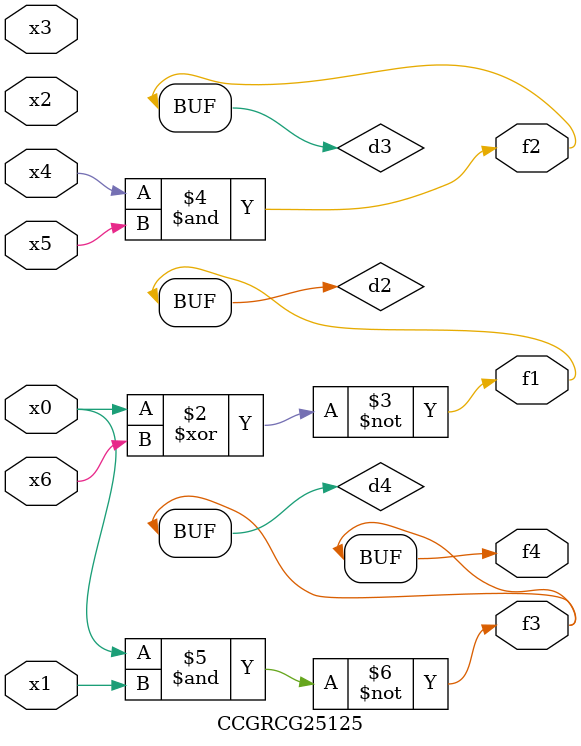
<source format=v>
module CCGRCG25125(
	input x0, x1, x2, x3, x4, x5, x6,
	output f1, f2, f3, f4
);

	wire d1, d2, d3, d4;

	nor (d1, x0);
	xnor (d2, x0, x6);
	and (d3, x4, x5);
	nand (d4, x0, x1);
	assign f1 = d2;
	assign f2 = d3;
	assign f3 = d4;
	assign f4 = d4;
endmodule

</source>
